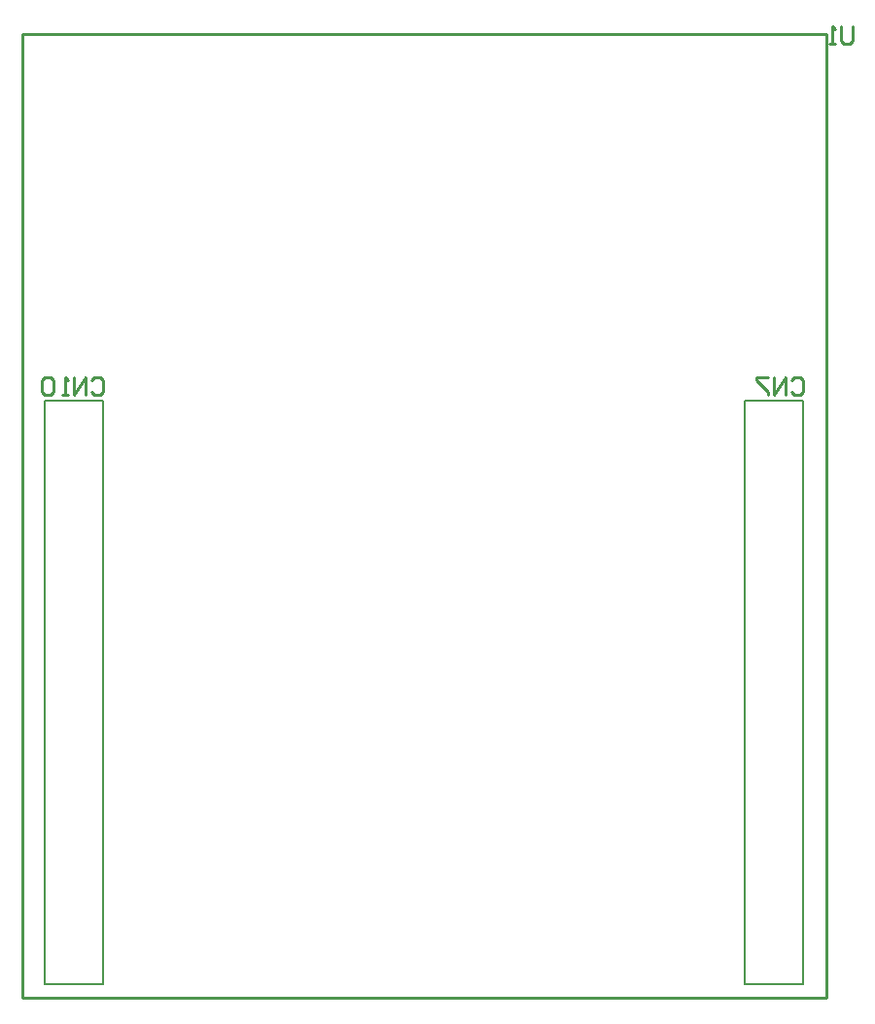
<source format=gbo>
G04*
G04 #@! TF.GenerationSoftware,Altium Limited,Altium Designer,24.2.2 (26)*
G04*
G04 Layer_Color=32896*
%FSLAX25Y25*%
%MOIN*%
G70*
G04*
G04 #@! TF.SameCoordinates,7880CA01-A185-4AAC-BB8A-744F794AF487*
G04*
G04*
G04 #@! TF.FilePolarity,Positive*
G04*
G01*
G75*
%ADD10C,0.01000*%
%ADD11C,0.00787*%
D10*
X39803Y340905D02*
X315492D01*
X39803Y10295D02*
Y340905D01*
Y10295D02*
X315492D01*
Y340905D01*
X303501Y221998D02*
X304501Y222998D01*
X306500D01*
X307500Y221998D01*
Y218000D01*
X306500Y217000D01*
X304501D01*
X303501Y218000D01*
X301502Y217000D02*
Y222998D01*
X297503Y217000D01*
Y222998D01*
X295504D02*
X291505D01*
Y221998D01*
X295504Y218000D01*
Y217000D01*
X63501Y221998D02*
X64501Y222998D01*
X66500D01*
X67500Y221998D01*
Y218000D01*
X66500Y217000D01*
X64501D01*
X63501Y218000D01*
X61502Y217000D02*
Y222998D01*
X57503Y217000D01*
Y222998D01*
X55504Y217000D02*
X53505D01*
X54504D01*
Y222998D01*
X55504Y221998D01*
X50506D02*
X49506Y222998D01*
X47506D01*
X46507Y221998D01*
Y218000D01*
X47506Y217000D01*
X49506D01*
X50506Y218000D01*
Y221998D01*
X324600Y343498D02*
Y338500D01*
X323600Y337500D01*
X321601D01*
X320601Y338500D01*
Y343498D01*
X318602Y337500D02*
X316603D01*
X317602D01*
Y343498D01*
X318602Y342498D01*
D11*
X307500Y15000D02*
Y215000D01*
X287500Y15000D02*
Y215000D01*
X307500D01*
X287500Y15000D02*
X307500D01*
X67500D02*
Y215000D01*
X47500Y15000D02*
Y215000D01*
X67500D01*
X47500Y15000D02*
X67500D01*
M02*

</source>
